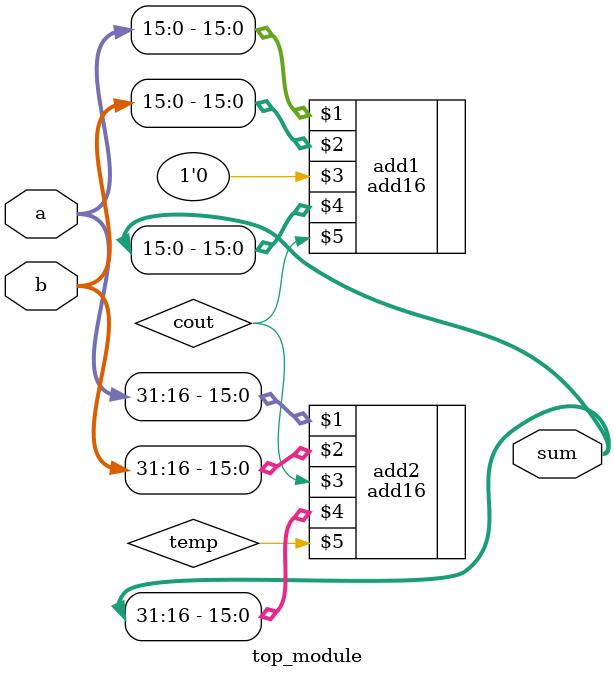
<source format=v>
module top_module(
    input [31:0] a,
    input [31:0] b,
    output [31:0] sum
);
	wire cout,temp;
    add16 add1(a[15:0],b[15:0],1'b0,sum[15:0],cout);
    add16 add2(a[31:16],b[31:16],cout,sum[31:16],temp);

endmodule

</source>
